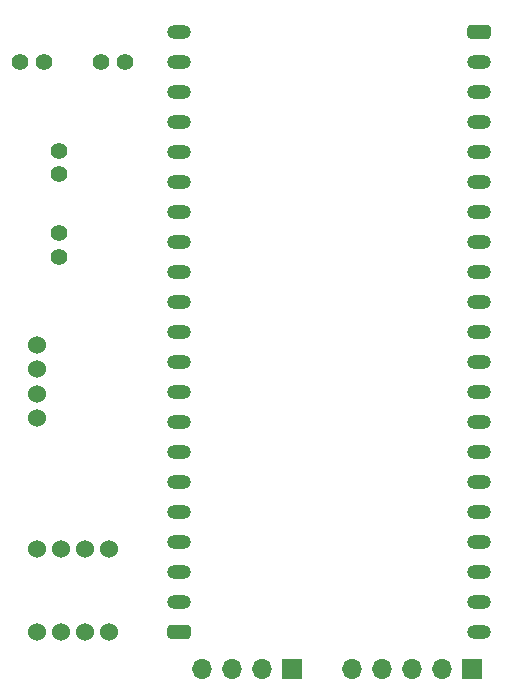
<source format=gbs>
%TF.GenerationSoftware,KiCad,Pcbnew,5.1.10*%
%TF.CreationDate,2021-12-13T09:12:43+01:00*%
%TF.ProjectId,main_board,6d61696e-5f62-46f6-9172-642e6b696361,rev?*%
%TF.SameCoordinates,Original*%
%TF.FileFunction,Soldermask,Bot*%
%TF.FilePolarity,Negative*%
%FSLAX46Y46*%
G04 Gerber Fmt 4.6, Leading zero omitted, Abs format (unit mm)*
G04 Created by KiCad (PCBNEW 5.1.10) date 2021-12-13 09:12:43*
%MOMM*%
%LPD*%
G01*
G04 APERTURE LIST*
%ADD10O,1.700000X1.700000*%
%ADD11R,1.700000X1.700000*%
%ADD12C,1.397000*%
%ADD13O,2.000000X1.200000*%
%ADD14C,1.524000*%
G04 APERTURE END LIST*
D10*
X159385000Y-111125000D03*
X161925000Y-111125000D03*
X164465000Y-111125000D03*
X167005000Y-111125000D03*
D11*
X169545000Y-111125000D03*
D12*
X133350001Y-59690000D03*
X131349999Y-59690000D03*
X134620000Y-74199998D03*
X134620000Y-76200000D03*
X134620000Y-67214998D03*
X134620000Y-69215000D03*
X140208001Y-59690000D03*
X138207999Y-59690000D03*
G36*
G01*
X169483680Y-56552720D02*
X170883680Y-56552720D01*
G75*
G02*
X171183680Y-56852720I0J-300000D01*
G01*
X171183680Y-57452720D01*
G75*
G02*
X170883680Y-57752720I-300000J0D01*
G01*
X169483680Y-57752720D01*
G75*
G02*
X169183680Y-57452720I0J300000D01*
G01*
X169183680Y-56852720D01*
G75*
G02*
X169483680Y-56552720I300000J0D01*
G01*
G37*
D13*
X170183680Y-59692720D03*
X170183680Y-62232720D03*
X170183680Y-64772720D03*
X170183680Y-67312720D03*
X170183680Y-69852720D03*
X170183680Y-72392720D03*
X170183680Y-74932720D03*
X170183680Y-77472720D03*
X170183680Y-80012720D03*
X170183680Y-82552720D03*
X170183680Y-85092720D03*
X170183680Y-87632720D03*
X170183680Y-90172720D03*
X170183680Y-92712720D03*
X170183680Y-95252720D03*
X170183680Y-97792720D03*
X170183680Y-100332720D03*
X170183680Y-102872720D03*
X170183680Y-105412720D03*
X170183680Y-107952720D03*
G36*
G01*
X144083680Y-107352720D02*
X145483680Y-107352720D01*
G75*
G02*
X145783680Y-107652720I0J-300000D01*
G01*
X145783680Y-108252720D01*
G75*
G02*
X145483680Y-108552720I-300000J0D01*
G01*
X144083680Y-108552720D01*
G75*
G02*
X143783680Y-108252720I0J300000D01*
G01*
X143783680Y-107652720D01*
G75*
G02*
X144083680Y-107352720I300000J0D01*
G01*
G37*
X144783680Y-105412720D03*
X144783680Y-102872720D03*
X144783680Y-100332720D03*
X144783680Y-97792720D03*
X144783680Y-95252720D03*
X144783680Y-92712720D03*
X144783680Y-90172720D03*
X144783680Y-87632720D03*
X144783680Y-85092720D03*
X144783680Y-82552720D03*
X144783680Y-80012720D03*
X144783680Y-77472720D03*
X144783680Y-74932720D03*
X144783680Y-72392720D03*
X144783680Y-69852720D03*
X144783680Y-67312720D03*
X144783680Y-64772720D03*
X144783680Y-62232720D03*
X144783680Y-59692720D03*
X144783680Y-57152720D03*
D14*
X132715000Y-100965000D03*
X134765001Y-100965000D03*
X136814999Y-100965000D03*
X138865000Y-100965000D03*
X132715000Y-107950000D03*
X134765001Y-107950000D03*
X136814999Y-107950000D03*
X138865000Y-107950000D03*
D10*
X146685000Y-111125000D03*
X149225000Y-111125000D03*
X151765000Y-111125000D03*
D11*
X154305000Y-111125000D03*
D14*
X132715000Y-83674999D03*
X132715000Y-85725000D03*
X132715000Y-87774998D03*
X132715000Y-89824999D03*
M02*

</source>
